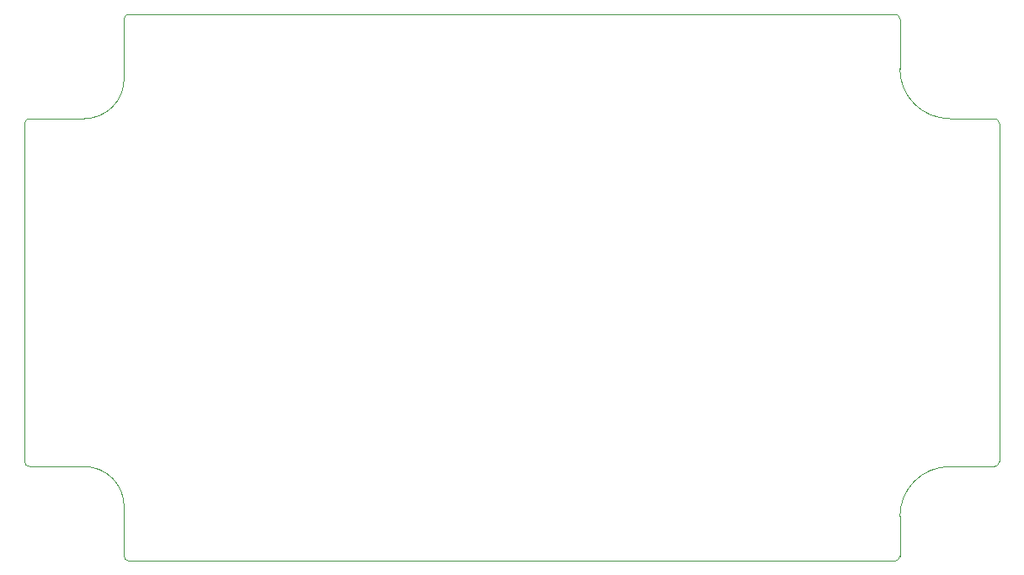
<source format=gbr>
%TF.GenerationSoftware,KiCad,Pcbnew,(5.1.4)-1*%
%TF.CreationDate,2020-03-29T09:51:50+13:00*%
%TF.ProjectId,clock,636c6f63-6b2e-46b6-9963-61645f706362,rev?*%
%TF.SameCoordinates,Original*%
%TF.FileFunction,Profile,NP*%
%FSLAX46Y46*%
G04 Gerber Fmt 4.6, Leading zero omitted, Abs format (unit mm)*
G04 Created by KiCad (PCBNEW (5.1.4)-1) date 2020-03-29 09:51:50*
%MOMM*%
%LPD*%
G04 APERTURE LIST*
%ADD10C,0.050000*%
G04 APERTURE END LIST*
D10*
X103213900Y-66150000D02*
G75*
G02X103713900Y-65650000I500000J0D01*
G01*
X93713900Y-76150000D02*
G75*
G03X93213900Y-76650000I0J-500000D01*
G01*
X93713900Y-111150000D02*
G75*
G02X93213900Y-110650000I0J500000D01*
G01*
X103713900Y-120650000D02*
G75*
G02X103213900Y-120150000I0J500000D01*
G01*
X181213900Y-120150000D02*
G75*
G02X180713900Y-120650000I-500000J0D01*
G01*
X191213900Y-110650000D02*
G75*
G02X190713900Y-111150000I-500000J0D01*
G01*
X191213900Y-76650000D02*
G75*
G03X190713900Y-76150000I-500000J0D01*
G01*
X180713900Y-65650000D02*
G75*
G02X181213900Y-66150000I0J-500000D01*
G01*
X93713900Y-111150000D02*
X99213900Y-111150000D01*
X103213900Y-120150000D02*
X103213900Y-115150000D01*
X181213900Y-71150000D02*
G75*
G03X186213900Y-76150000I5000000J0D01*
G01*
X181213900Y-116150000D02*
G75*
G02X186213900Y-111150000I5000000J0D01*
G01*
X103213900Y-115150000D02*
G75*
G03X99213900Y-111150000I-4000000J0D01*
G01*
X103213900Y-72150000D02*
G75*
G02X99213900Y-76150000I-4000000J0D01*
G01*
X181213900Y-66150000D02*
X181213900Y-71150000D01*
X103713900Y-65650000D02*
X180713900Y-65650000D01*
X103213900Y-72150000D02*
X103213900Y-66150000D01*
X181213900Y-120150000D02*
X181213900Y-116150000D01*
X103713900Y-120650000D02*
X180713900Y-120650000D01*
X190713900Y-111150000D02*
X186213900Y-111150000D01*
X191213900Y-76650000D02*
X191213900Y-110650000D01*
X186213900Y-76150000D02*
X190713900Y-76150000D01*
X93213900Y-76650000D02*
X93213900Y-110650000D01*
X99213900Y-76150000D02*
X93713900Y-76150000D01*
M02*

</source>
